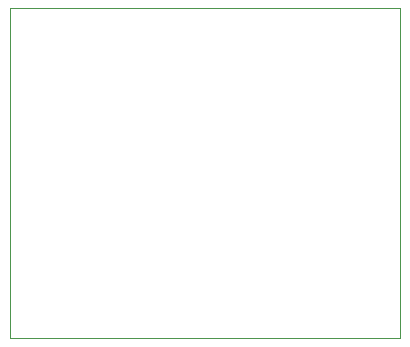
<source format=gm1>
G04 #@! TF.GenerationSoftware,KiCad,Pcbnew,(5.1.2)-2*
G04 #@! TF.CreationDate,2019-10-27T10:23:34-10:00*
G04 #@! TF.ProjectId,nrf24,6e726632-342e-46b6-9963-61645f706362,rev?*
G04 #@! TF.SameCoordinates,Original*
G04 #@! TF.FileFunction,Profile,NP*
%FSLAX45Y45*%
G04 Gerber Fmt 4.5, Leading zero omitted, Abs format (unit mm)*
G04 Created by KiCad (PCBNEW (5.1.2)-2) date 2019-10-27 10:23:34*
%MOMM*%
%LPD*%
G04 APERTURE LIST*
%ADD10C,0.050000*%
G04 APERTURE END LIST*
D10*
X13716000Y-5842000D02*
X10414000Y-5842000D01*
X13716000Y-8636000D02*
X13716000Y-5842000D01*
X10414000Y-8636000D02*
X13716000Y-8636000D01*
X10414000Y-5842000D02*
X10414000Y-8636000D01*
M02*

</source>
